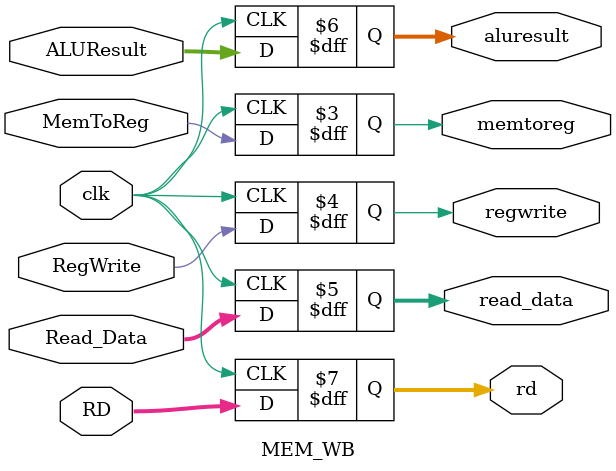
<source format=v>

`timescale 1ns / 1ps
module MEM_WB(
    input clk,
   
    input wire MemToReg, RegWrite,
   
    input wire [63:0] Read_Data, ALUResult,
   
    input wire [4:0] RD,  
   
    output reg memtoreg, regwrite,
   
    output reg [63:0] read_data, aluresult,
   
    output reg [4:0] rd    
     
    );
    
initial
begin
    memtoreg <= 0;
    regwrite <= 0;
end
   
    always @ (posedge clk)
    begin
        memtoreg <= MemToReg;
        regwrite <= RegWrite;
        read_data <= Read_Data;
        aluresult <= ALUResult;
        rd <= RD;
    end
endmodule
</source>
